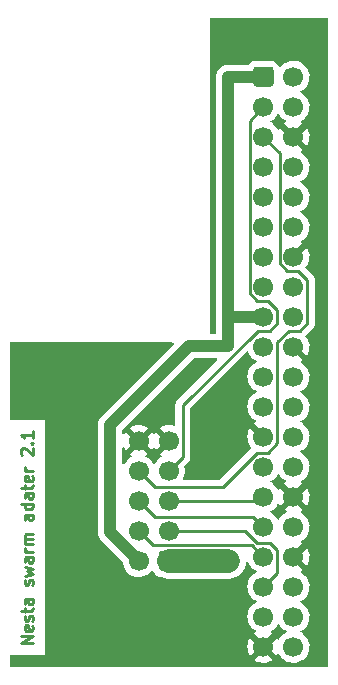
<source format=gtl>
G04 #@! TF.GenerationSoftware,KiCad,Pcbnew,5.99.0-unknown-15c4a7b06~104~ubuntu18.04.1*
G04 #@! TF.CreationDate,2020-09-30T21:22:49+01:00*
G04 #@! TF.ProjectId,nesta proto adapter,6e657374-6120-4707-926f-746f20616461,rev?*
G04 #@! TF.SameCoordinates,Original*
G04 #@! TF.FileFunction,Copper,L1,Top*
G04 #@! TF.FilePolarity,Positive*
%FSLAX46Y46*%
G04 Gerber Fmt 4.6, Leading zero omitted, Abs format (unit mm)*
G04 Created by KiCad (PCBNEW 5.99.0-unknown-15c4a7b06~104~ubuntu18.04.1) date 2020-09-30 21:22:49*
%MOMM*%
%LPD*%
G01*
G04 APERTURE LIST*
%ADD10C,0.250000*%
G04 #@! TA.AperFunction,ComponentPad*
%ADD11C,1.700000*%
G04 #@! TD*
G04 #@! TA.AperFunction,ViaPad*
%ADD12C,0.800000*%
G04 #@! TD*
G04 #@! TA.AperFunction,Conductor*
%ADD13C,2.000000*%
G04 #@! TD*
G04 #@! TA.AperFunction,Conductor*
%ADD14C,0.250000*%
G04 #@! TD*
G04 #@! TA.AperFunction,Conductor*
%ADD15C,1.000000*%
G04 #@! TD*
G04 APERTURE END LIST*
D10*
X117952380Y-128428571D02*
X116952380Y-128428571D01*
X117952380Y-127857142D01*
X116952380Y-127857142D01*
X117904761Y-127000000D02*
X117952380Y-127095238D01*
X117952380Y-127285714D01*
X117904761Y-127380952D01*
X117809523Y-127428571D01*
X117428571Y-127428571D01*
X117333333Y-127380952D01*
X117285714Y-127285714D01*
X117285714Y-127095238D01*
X117333333Y-127000000D01*
X117428571Y-126952380D01*
X117523809Y-126952380D01*
X117619047Y-127428571D01*
X117904761Y-126571428D02*
X117952380Y-126476190D01*
X117952380Y-126285714D01*
X117904761Y-126190476D01*
X117809523Y-126142857D01*
X117761904Y-126142857D01*
X117666666Y-126190476D01*
X117619047Y-126285714D01*
X117619047Y-126428571D01*
X117571428Y-126523809D01*
X117476190Y-126571428D01*
X117428571Y-126571428D01*
X117333333Y-126523809D01*
X117285714Y-126428571D01*
X117285714Y-126285714D01*
X117333333Y-126190476D01*
X117285714Y-125857142D02*
X117285714Y-125476190D01*
X116952380Y-125714285D02*
X117809523Y-125714285D01*
X117904761Y-125666666D01*
X117952380Y-125571428D01*
X117952380Y-125476190D01*
X117952380Y-124714285D02*
X117428571Y-124714285D01*
X117333333Y-124761904D01*
X117285714Y-124857142D01*
X117285714Y-125047619D01*
X117333333Y-125142857D01*
X117904761Y-124714285D02*
X117952380Y-124809523D01*
X117952380Y-125047619D01*
X117904761Y-125142857D01*
X117809523Y-125190476D01*
X117714285Y-125190476D01*
X117619047Y-125142857D01*
X117571428Y-125047619D01*
X117571428Y-124809523D01*
X117523809Y-124714285D01*
X117904761Y-123523809D02*
X117952380Y-123428571D01*
X117952380Y-123238095D01*
X117904761Y-123142857D01*
X117809523Y-123095238D01*
X117761904Y-123095238D01*
X117666666Y-123142857D01*
X117619047Y-123238095D01*
X117619047Y-123380952D01*
X117571428Y-123476190D01*
X117476190Y-123523809D01*
X117428571Y-123523809D01*
X117333333Y-123476190D01*
X117285714Y-123380952D01*
X117285714Y-123238095D01*
X117333333Y-123142857D01*
X117285714Y-122761904D02*
X117952380Y-122571428D01*
X117476190Y-122380952D01*
X117952380Y-122190476D01*
X117285714Y-122000000D01*
X117952380Y-121190476D02*
X117428571Y-121190476D01*
X117333333Y-121238095D01*
X117285714Y-121333333D01*
X117285714Y-121523809D01*
X117333333Y-121619047D01*
X117904761Y-121190476D02*
X117952380Y-121285714D01*
X117952380Y-121523809D01*
X117904761Y-121619047D01*
X117809523Y-121666666D01*
X117714285Y-121666666D01*
X117619047Y-121619047D01*
X117571428Y-121523809D01*
X117571428Y-121285714D01*
X117523809Y-121190476D01*
X117952380Y-120714285D02*
X117285714Y-120714285D01*
X117476190Y-120714285D02*
X117380952Y-120666666D01*
X117333333Y-120619047D01*
X117285714Y-120523809D01*
X117285714Y-120428571D01*
X117952380Y-120095238D02*
X117285714Y-120095238D01*
X117380952Y-120095238D02*
X117333333Y-120047619D01*
X117285714Y-119952380D01*
X117285714Y-119809523D01*
X117333333Y-119714285D01*
X117428571Y-119666666D01*
X117952380Y-119666666D01*
X117428571Y-119666666D02*
X117333333Y-119619047D01*
X117285714Y-119523809D01*
X117285714Y-119380952D01*
X117333333Y-119285714D01*
X117428571Y-119238095D01*
X117952380Y-119238095D01*
X117952380Y-117571428D02*
X117428571Y-117571428D01*
X117333333Y-117619047D01*
X117285714Y-117714285D01*
X117285714Y-117904761D01*
X117333333Y-118000000D01*
X117904761Y-117571428D02*
X117952380Y-117666666D01*
X117952380Y-117904761D01*
X117904761Y-118000000D01*
X117809523Y-118047619D01*
X117714285Y-118047619D01*
X117619047Y-118000000D01*
X117571428Y-117904761D01*
X117571428Y-117666666D01*
X117523809Y-117571428D01*
X117952380Y-116666666D02*
X116952380Y-116666666D01*
X117904761Y-116666666D02*
X117952380Y-116761904D01*
X117952380Y-116952380D01*
X117904761Y-117047619D01*
X117857142Y-117095238D01*
X117761904Y-117142857D01*
X117476190Y-117142857D01*
X117380952Y-117095238D01*
X117333333Y-117047619D01*
X117285714Y-116952380D01*
X117285714Y-116761904D01*
X117333333Y-116666666D01*
X117952380Y-115761904D02*
X117428571Y-115761904D01*
X117333333Y-115809523D01*
X117285714Y-115904761D01*
X117285714Y-116095238D01*
X117333333Y-116190476D01*
X117904761Y-115761904D02*
X117952380Y-115857142D01*
X117952380Y-116095238D01*
X117904761Y-116190476D01*
X117809523Y-116238095D01*
X117714285Y-116238095D01*
X117619047Y-116190476D01*
X117571428Y-116095238D01*
X117571428Y-115857142D01*
X117523809Y-115761904D01*
X117285714Y-115428571D02*
X117285714Y-115047619D01*
X116952380Y-115285714D02*
X117809523Y-115285714D01*
X117904761Y-115238095D01*
X117952380Y-115142857D01*
X117952380Y-115047619D01*
X117904761Y-114333333D02*
X117952380Y-114428571D01*
X117952380Y-114619047D01*
X117904761Y-114714285D01*
X117809523Y-114761904D01*
X117428571Y-114761904D01*
X117333333Y-114714285D01*
X117285714Y-114619047D01*
X117285714Y-114428571D01*
X117333333Y-114333333D01*
X117428571Y-114285714D01*
X117523809Y-114285714D01*
X117619047Y-114761904D01*
X117952380Y-113857142D02*
X117285714Y-113857142D01*
X117476190Y-113857142D02*
X117380952Y-113809523D01*
X117333333Y-113761904D01*
X117285714Y-113666666D01*
X117285714Y-113571428D01*
X117047619Y-112523809D02*
X117000000Y-112476190D01*
X116952380Y-112380952D01*
X116952380Y-112142857D01*
X117000000Y-112047619D01*
X117047619Y-112000000D01*
X117142857Y-111952380D01*
X117238095Y-111952380D01*
X117380952Y-112000000D01*
X117952380Y-112571428D01*
X117952380Y-111952380D01*
X117857142Y-111523809D02*
X117904761Y-111476190D01*
X117952380Y-111523809D01*
X117904761Y-111571428D01*
X117857142Y-111523809D01*
X117952380Y-111523809D01*
X117952380Y-110523809D02*
X117952380Y-111095238D01*
X117952380Y-110809523D02*
X116952380Y-110809523D01*
X117095238Y-110904761D01*
X117190476Y-111000000D01*
X117238095Y-111095238D01*
G04 #@! TA.AperFunction,ComponentPad*
G36*
G01*
X136650000Y-81100000D02*
X136650000Y-79900000D01*
G75*
G02*
X136900000Y-79650000I250000J0D01*
G01*
X138100000Y-79650000D01*
G75*
G02*
X138350000Y-79900000I0J-250000D01*
G01*
X138350000Y-81100000D01*
G75*
G02*
X138100000Y-81350000I-250000J0D01*
G01*
X136900000Y-81350000D01*
G75*
G02*
X136650000Y-81100000I0J250000D01*
G01*
G37*
G04 #@! TD.AperFunction*
D11*
X140040000Y-80500000D03*
X137500000Y-83040000D03*
X140040000Y-83040000D03*
X137500000Y-85580000D03*
X140040000Y-85580000D03*
X137500000Y-88120000D03*
X140040000Y-88120000D03*
X137500000Y-90660000D03*
X140040000Y-90660000D03*
X137500000Y-93200000D03*
X140040000Y-93200000D03*
X137500000Y-95740000D03*
X140040000Y-95740000D03*
X137500000Y-98280000D03*
X140040000Y-98280000D03*
X137500000Y-100820000D03*
X140040000Y-100820000D03*
X137500000Y-103360000D03*
X140040000Y-103360000D03*
X137500000Y-105900000D03*
X140040000Y-105900000D03*
X137500000Y-108440000D03*
X140040000Y-108440000D03*
X137500000Y-110980000D03*
X140040000Y-110980000D03*
X137500000Y-113520000D03*
X140040000Y-113520000D03*
X137500000Y-116060000D03*
X140040000Y-116060000D03*
X137500000Y-118600000D03*
X140040000Y-118600000D03*
X137500000Y-121140000D03*
X140040000Y-121140000D03*
X137500000Y-123680000D03*
X140040000Y-123680000D03*
X137500000Y-126220000D03*
X140040000Y-126220000D03*
X137500000Y-128760000D03*
X140040000Y-128760000D03*
G04 #@! TA.AperFunction,ComponentPad*
G36*
G01*
X130350000Y-120900000D02*
X130350000Y-122100000D01*
G75*
G02*
X130100000Y-122350000I-250000J0D01*
G01*
X128900000Y-122350000D01*
G75*
G02*
X128650000Y-122100000I0J250000D01*
G01*
X128650000Y-120900000D01*
G75*
G02*
X128900000Y-120650000I250000J0D01*
G01*
X130100000Y-120650000D01*
G75*
G02*
X130350000Y-120900000I0J-250000D01*
G01*
G37*
G04 #@! TD.AperFunction*
X126960000Y-121500000D03*
X129500000Y-118960000D03*
X126960000Y-118960000D03*
X129500000Y-116420000D03*
X126960000Y-116420000D03*
X129500000Y-113880000D03*
X126960000Y-113880000D03*
X129500000Y-111340000D03*
X126960000Y-111340000D03*
D12*
X133500000Y-121500000D03*
X134500000Y-121500000D03*
X132500000Y-121500000D03*
X128000000Y-109000000D03*
X139500000Y-76500000D03*
X131000000Y-106000000D03*
X121500000Y-118000000D03*
X129500000Y-107500000D03*
X124500000Y-123000000D03*
X142500000Y-84500000D03*
X123000000Y-107000000D03*
X122500000Y-122000000D03*
X132000000Y-110500000D03*
X121500000Y-114500000D03*
X142000000Y-125000000D03*
X142000000Y-93500000D03*
X142000000Y-120000000D03*
X129500000Y-109000000D03*
X142000000Y-107500000D03*
X130500000Y-124500000D03*
X142000000Y-88500000D03*
X132000000Y-112500000D03*
X132000000Y-114000000D03*
X142500000Y-78500000D03*
D13*
X130350000Y-121500000D02*
X132500000Y-121500000D01*
X129500000Y-121500000D02*
X130350000Y-121500000D01*
X133500000Y-121500000D02*
X134500000Y-121500000D01*
X132500000Y-121500000D02*
X133500000Y-121500000D01*
D14*
X136650001Y-117750001D02*
X137500000Y-118600000D01*
X128290001Y-117750001D02*
X136650001Y-117750001D01*
X126960000Y-116420000D02*
X128290001Y-117750001D01*
X137140000Y-116420000D02*
X137500000Y-116060000D01*
X129500000Y-116420000D02*
X137140000Y-116420000D01*
D15*
X134500000Y-100500000D02*
X134820000Y-100820000D01*
X124500000Y-119040000D02*
X124500000Y-110000000D01*
X131166740Y-103333260D02*
X134500000Y-103333260D01*
X134500000Y-100500000D02*
X134500000Y-80500000D01*
X134820000Y-100820000D02*
X137500000Y-100820000D01*
X134500000Y-103333260D02*
X134500000Y-100500000D01*
X124500000Y-110000000D02*
X131166740Y-103333260D01*
X134500000Y-80500000D02*
X137500000Y-80500000D01*
X126960000Y-121500000D02*
X124500000Y-119040000D01*
D14*
X140414003Y-96915001D02*
X139475999Y-96915001D01*
X141215001Y-101384001D02*
X141215001Y-97715999D01*
X141215001Y-97715999D02*
X140414003Y-96915001D01*
X139665997Y-101995001D02*
X140604001Y-101995001D01*
X137874003Y-112344999D02*
X138675001Y-111544001D01*
X138675001Y-102985997D02*
X139665997Y-101995001D01*
X138675001Y-111544001D02*
X138675001Y-102985997D01*
X126960000Y-113880000D02*
X128324999Y-115244999D01*
X138864999Y-86944999D02*
X137500000Y-85580000D01*
X139475999Y-96915001D02*
X138864999Y-96304001D01*
X140604001Y-101995001D02*
X141215001Y-101384001D01*
X138864999Y-96304001D02*
X138864999Y-86944999D01*
X136935999Y-112344999D02*
X137874003Y-112344999D01*
X134035999Y-115244999D02*
X136935999Y-112344999D01*
X128324999Y-115244999D02*
X134035999Y-115244999D01*
X130675001Y-108324999D02*
X137004999Y-101995001D01*
X138675001Y-101384001D02*
X138675001Y-100255999D01*
X136935999Y-99455001D02*
X136324990Y-98843992D01*
X138675001Y-100255999D02*
X137874003Y-99455001D01*
X137874003Y-99455001D02*
X136935999Y-99455001D01*
X138064001Y-101995001D02*
X138675001Y-101384001D01*
X130675001Y-112704999D02*
X130675001Y-108324999D01*
X137004999Y-101995001D02*
X138064001Y-101995001D01*
X129500000Y-113880000D02*
X130675001Y-112704999D01*
X136324990Y-84215010D02*
X137500000Y-83040000D01*
X136324990Y-98843992D02*
X136324990Y-84215010D01*
X129500000Y-118960000D02*
X135960000Y-118960000D01*
X135960000Y-118960000D02*
X136964999Y-119964999D01*
X138675001Y-122504999D02*
X137500000Y-123680000D01*
X136964999Y-119964999D02*
X138064001Y-119964999D01*
X138675001Y-120575999D02*
X138675001Y-122504999D01*
X138064001Y-119964999D02*
X138675001Y-120575999D01*
X137500000Y-121140000D02*
X136495001Y-120135001D01*
X128135001Y-120135001D02*
X126960000Y-118960000D01*
X136495001Y-120135001D02*
X128135001Y-120135001D01*
G04 #@! TA.AperFunction,Conductor*
G36*
X142991501Y-103501280D02*
G01*
X142991500Y-130500000D01*
X116000000Y-130500000D01*
X116000000Y-129884240D01*
X136734969Y-129884240D01*
X136770725Y-129911381D01*
X136975141Y-130017794D01*
X137194570Y-130088245D01*
X137422732Y-130120717D01*
X137653102Y-130114282D01*
X137879101Y-130069123D01*
X138094250Y-129986535D01*
X138265591Y-129884800D01*
X137500000Y-129119209D01*
X136734969Y-129884240D01*
X116000000Y-129884240D01*
X116000000Y-129450166D01*
X118986000Y-129450166D01*
X118986000Y-128746920D01*
X136137154Y-128746920D01*
X136154432Y-128976728D01*
X136210186Y-129200345D01*
X136302818Y-129411366D01*
X136376970Y-129523821D01*
X137140791Y-128760000D01*
X136377057Y-127996266D01*
X136315545Y-128085768D01*
X136218880Y-128294972D01*
X136158842Y-128517482D01*
X136137154Y-128746920D01*
X118986000Y-128746920D01*
X118986000Y-109549833D01*
X116000000Y-109549833D01*
X116000000Y-103000000D01*
X129769575Y-103000000D01*
X129837696Y-103020002D01*
X129884189Y-103073658D01*
X129894293Y-103143932D01*
X129858670Y-103215095D01*
X123811674Y-109262093D01*
X123745035Y-109320226D01*
X123745033Y-109320229D01*
X123690046Y-109398466D01*
X123652690Y-109446109D01*
X123631030Y-109473733D01*
X123620037Y-109498080D01*
X123604679Y-109519932D01*
X123569942Y-109609028D01*
X123532838Y-109691206D01*
X123530580Y-109696206D01*
X123525711Y-109722474D01*
X123519111Y-109739404D01*
X123516011Y-109747354D01*
X123514142Y-109762146D01*
X123505113Y-109833618D01*
X123486098Y-109936211D01*
X123491501Y-110029914D01*
X123491500Y-119004953D01*
X123485486Y-119093167D01*
X123501929Y-119187383D01*
X123513418Y-119282329D01*
X123519713Y-119298987D01*
X123522861Y-119307317D01*
X123527453Y-119333628D01*
X123565891Y-119421192D01*
X123599700Y-119510665D01*
X123608668Y-119523714D01*
X123614831Y-119532682D01*
X123625567Y-119557138D01*
X123678857Y-119625840D01*
X123737957Y-119711831D01*
X123808029Y-119774263D01*
X125603371Y-121569605D01*
X125608902Y-121643167D01*
X125614432Y-121716729D01*
X125670186Y-121940345D01*
X125762820Y-122151369D01*
X125889683Y-122343768D01*
X126047153Y-122512044D01*
X126230723Y-122651381D01*
X126435141Y-122757794D01*
X126654570Y-122828245D01*
X126882732Y-122860717D01*
X126882733Y-122860717D01*
X127113104Y-122854282D01*
X127339097Y-122809124D01*
X127339098Y-122809124D01*
X127339101Y-122809123D01*
X127554250Y-122726535D01*
X127680826Y-122651379D01*
X127752413Y-122608874D01*
X127901778Y-122481755D01*
X127927917Y-122459509D01*
X128095872Y-122258637D01*
X128317872Y-122604076D01*
X128484292Y-122748280D01*
X128484294Y-122748281D01*
X128684603Y-122839759D01*
X128785613Y-122854282D01*
X128848466Y-122863319D01*
X128902866Y-122893225D01*
X129184845Y-122982674D01*
X129307707Y-122995587D01*
X129430565Y-123008500D01*
X134574431Y-123008500D01*
X134794420Y-122986930D01*
X135077626Y-122901425D01*
X135338830Y-122762540D01*
X135356315Y-122748280D01*
X135568082Y-122575568D01*
X135756652Y-122347625D01*
X135787064Y-122291379D01*
X135897358Y-122087395D01*
X135984838Y-121804794D01*
X135997731Y-121682122D01*
X136024745Y-121616466D01*
X136082966Y-121575837D01*
X136153911Y-121573134D01*
X136215055Y-121609216D01*
X136238413Y-121644647D01*
X136302820Y-121791369D01*
X136429684Y-121983769D01*
X136587152Y-122152043D01*
X136770721Y-122291379D01*
X136962491Y-122391208D01*
X136663997Y-122608874D01*
X136606749Y-122650620D01*
X136446080Y-122815839D01*
X136315545Y-123005768D01*
X136218878Y-123214975D01*
X136158842Y-123437479D01*
X136137154Y-123666917D01*
X136137154Y-123666920D01*
X136154432Y-123896728D01*
X136210186Y-124120345D01*
X136302820Y-124331369D01*
X136429683Y-124523768D01*
X136587153Y-124692044D01*
X136714725Y-124788876D01*
X136770721Y-124831379D01*
X136962491Y-124931208D01*
X136694619Y-125126544D01*
X136606749Y-125190620D01*
X136446080Y-125355839D01*
X136315545Y-125545768D01*
X136218878Y-125754975D01*
X136158842Y-125977479D01*
X136137154Y-126206917D01*
X136137154Y-126206920D01*
X136154432Y-126436728D01*
X136210186Y-126660345D01*
X136302820Y-126871369D01*
X136429683Y-127063768D01*
X136587153Y-127232044D01*
X136770720Y-127371379D01*
X136796383Y-127384738D01*
X136962491Y-127471208D01*
X136735755Y-127636546D01*
X137499999Y-128400790D01*
X138264601Y-127636188D01*
X138025019Y-127487642D01*
X138220826Y-127371379D01*
X138292413Y-127328874D01*
X138467918Y-127179508D01*
X138615747Y-127002706D01*
X138731673Y-126803525D01*
X138731674Y-126803523D01*
X138762810Y-126750025D01*
X138842819Y-126871366D01*
X138842820Y-126871369D01*
X138928191Y-127000841D01*
X138969683Y-127063768D01*
X139127153Y-127232044D01*
X139254725Y-127328876D01*
X139310721Y-127371379D01*
X139502491Y-127471208D01*
X139234619Y-127666544D01*
X139146749Y-127730620D01*
X138986080Y-127895839D01*
X138855545Y-128085768D01*
X138855542Y-128085775D01*
X138757967Y-128227748D01*
X138630567Y-127998857D01*
X138626015Y-127993194D01*
X137859209Y-128760000D01*
X138625374Y-129526165D01*
X138762811Y-129290027D01*
X138842819Y-129411366D01*
X138842820Y-129411369D01*
X138868402Y-129450166D01*
X138969683Y-129603768D01*
X139127153Y-129772044D01*
X139310723Y-129911381D01*
X139515141Y-130017794D01*
X139734570Y-130088245D01*
X139962732Y-130120717D01*
X139962733Y-130120717D01*
X140193104Y-130114282D01*
X140419097Y-130069124D01*
X140419098Y-130069124D01*
X140419101Y-130069123D01*
X140634250Y-129986535D01*
X140760826Y-129911379D01*
X140832413Y-129868874D01*
X141007918Y-129719508D01*
X141155747Y-129542706D01*
X141166739Y-129523821D01*
X141271674Y-129343523D01*
X141352383Y-129127660D01*
X141395567Y-128901280D01*
X141398030Y-128644773D01*
X141359198Y-128417600D01*
X141282649Y-128200226D01*
X141170569Y-127998860D01*
X141168484Y-127996266D01*
X141026160Y-127819250D01*
X141026158Y-127819247D01*
X140853558Y-127666544D01*
X140805176Y-127636546D01*
X140657688Y-127545100D01*
X140657685Y-127545099D01*
X140565016Y-127487642D01*
X140634249Y-127446535D01*
X140634251Y-127446534D01*
X140832413Y-127328874D01*
X141007918Y-127179508D01*
X141155747Y-127002706D01*
X141271673Y-126803525D01*
X141309099Y-126703427D01*
X141352383Y-126587660D01*
X141395567Y-126361280D01*
X141398030Y-126104773D01*
X141359198Y-125877600D01*
X141282649Y-125660226D01*
X141170569Y-125458860D01*
X141170568Y-125458859D01*
X141170567Y-125458857D01*
X141026160Y-125279250D01*
X141026158Y-125279247D01*
X140853558Y-125126544D01*
X140853555Y-125126542D01*
X140657688Y-125005100D01*
X140657685Y-125005099D01*
X140565016Y-124947642D01*
X140634249Y-124906535D01*
X140634251Y-124906534D01*
X140832413Y-124788874D01*
X141007918Y-124639508D01*
X141155747Y-124462706D01*
X141271673Y-124263525D01*
X141309099Y-124163427D01*
X141352383Y-124047660D01*
X141395567Y-123821280D01*
X141398030Y-123564773D01*
X141359198Y-123337600D01*
X141282649Y-123120226D01*
X141170569Y-122918860D01*
X141156551Y-122901424D01*
X141033421Y-122748281D01*
X141026158Y-122739247D01*
X140853558Y-122586544D01*
X140835856Y-122575568D01*
X140657688Y-122465100D01*
X140657687Y-122465100D01*
X140565017Y-122407642D01*
X140805591Y-122264800D01*
X139680789Y-121140000D01*
X140399209Y-121140000D01*
X141165374Y-121906165D01*
X141271673Y-121723525D01*
X141352383Y-121507660D01*
X141395567Y-121281280D01*
X141398030Y-121024773D01*
X141359198Y-120797600D01*
X141282649Y-120580226D01*
X141170569Y-120378859D01*
X141166015Y-120373194D01*
X140399209Y-121140000D01*
X139680789Y-121140000D01*
X140804601Y-120016189D01*
X140565019Y-119867642D01*
X140760826Y-119751379D01*
X140832413Y-119708874D01*
X141007918Y-119559508D01*
X141155747Y-119382706D01*
X141199625Y-119307317D01*
X141239003Y-119239658D01*
X141271673Y-119183525D01*
X141309099Y-119083427D01*
X141352383Y-118967660D01*
X141395567Y-118741280D01*
X141398030Y-118484773D01*
X141373704Y-118342460D01*
X141359199Y-118257603D01*
X141308603Y-118113928D01*
X141282649Y-118040226D01*
X141170569Y-117838860D01*
X141170568Y-117838859D01*
X141170567Y-117838857D01*
X141026160Y-117659250D01*
X141026158Y-117659247D01*
X140853558Y-117506544D01*
X140737900Y-117434833D01*
X140657688Y-117385100D01*
X140657687Y-117385100D01*
X140565017Y-117327642D01*
X140805591Y-117184800D01*
X140040000Y-116419209D01*
X139274969Y-117184240D01*
X139310723Y-117211380D01*
X139502490Y-117311208D01*
X139234619Y-117506544D01*
X139146749Y-117570620D01*
X138986080Y-117735839D01*
X138855545Y-117925768D01*
X138855543Y-117925772D01*
X138757968Y-118067745D01*
X138630568Y-117838858D01*
X138486158Y-117659247D01*
X138313558Y-117506544D01*
X138313555Y-117506542D01*
X138117688Y-117385100D01*
X138117685Y-117385099D01*
X138025016Y-117327642D01*
X138094249Y-117286535D01*
X138094251Y-117286534D01*
X138292413Y-117168874D01*
X138467918Y-117019508D01*
X138615747Y-116842706D01*
X138626739Y-116823821D01*
X138762809Y-116590027D01*
X138916970Y-116823821D01*
X139680791Y-116060000D01*
X140399209Y-116060000D01*
X141165374Y-116826165D01*
X141271673Y-116643525D01*
X141352383Y-116427660D01*
X141395567Y-116201280D01*
X141398030Y-115944773D01*
X141359198Y-115717600D01*
X141282649Y-115500226D01*
X141170569Y-115298859D01*
X141166015Y-115293194D01*
X140399209Y-116060000D01*
X139680791Y-116060000D01*
X138917057Y-115296266D01*
X138757965Y-115527747D01*
X138742650Y-115500232D01*
X138742649Y-115500228D01*
X138630567Y-115298857D01*
X138584020Y-115240964D01*
X138486158Y-115119247D01*
X138313558Y-114966544D01*
X138265176Y-114936546D01*
X138117688Y-114845100D01*
X138117685Y-114845099D01*
X138025016Y-114787642D01*
X138094249Y-114746535D01*
X138094251Y-114746534D01*
X138292413Y-114628874D01*
X138467918Y-114479508D01*
X138615747Y-114302706D01*
X138731673Y-114103525D01*
X138731674Y-114103523D01*
X138762810Y-114050025D01*
X138842819Y-114171366D01*
X138842820Y-114171369D01*
X138928191Y-114300841D01*
X138929421Y-114302706D01*
X138969684Y-114363769D01*
X139082569Y-114484400D01*
X139127153Y-114532044D01*
X139310720Y-114671379D01*
X139336383Y-114684738D01*
X139502491Y-114771208D01*
X139275755Y-114936546D01*
X140039999Y-115700790D01*
X140804601Y-114936188D01*
X140565019Y-114787642D01*
X140760826Y-114671379D01*
X140832413Y-114628874D01*
X141007918Y-114479508D01*
X141155747Y-114302706D01*
X141271673Y-114103525D01*
X141309099Y-114003427D01*
X141352383Y-113887660D01*
X141395567Y-113661280D01*
X141398030Y-113404773D01*
X141373704Y-113262460D01*
X141359199Y-113177603D01*
X141336471Y-113113063D01*
X141282649Y-112960226D01*
X141170569Y-112758860D01*
X141167348Y-112754853D01*
X141048219Y-112606686D01*
X141026158Y-112579247D01*
X140853558Y-112426544D01*
X140853555Y-112426542D01*
X140657688Y-112305100D01*
X140657685Y-112305099D01*
X140565016Y-112247642D01*
X140634249Y-112206535D01*
X140634251Y-112206534D01*
X140803292Y-112106165D01*
X140832410Y-112088876D01*
X140832411Y-112088875D01*
X140832413Y-112088874D01*
X141007918Y-111939508D01*
X141155747Y-111762706D01*
X141171876Y-111734995D01*
X141271674Y-111563523D01*
X141352383Y-111347660D01*
X141395567Y-111121280D01*
X141398030Y-110864773D01*
X141373703Y-110722458D01*
X141359199Y-110637603D01*
X141316014Y-110514972D01*
X141282649Y-110420226D01*
X141170569Y-110218860D01*
X141168485Y-110216267D01*
X141095186Y-110125101D01*
X141026158Y-110039247D01*
X140853558Y-109886544D01*
X140805176Y-109856546D01*
X140657688Y-109765100D01*
X140657685Y-109765099D01*
X140565016Y-109707642D01*
X140634249Y-109666535D01*
X140634251Y-109666534D01*
X140832413Y-109548874D01*
X141007918Y-109399508D01*
X141104691Y-109283768D01*
X141155748Y-109222705D01*
X141271674Y-109023523D01*
X141352383Y-108807660D01*
X141395567Y-108581280D01*
X141398030Y-108324773D01*
X141359198Y-108097600D01*
X141282649Y-107880226D01*
X141170569Y-107678860D01*
X141026158Y-107499247D01*
X140853558Y-107346544D01*
X140853555Y-107346542D01*
X140657688Y-107225100D01*
X140657685Y-107225099D01*
X140565016Y-107167642D01*
X140634249Y-107126535D01*
X140634251Y-107126534D01*
X140832413Y-107008874D01*
X141007918Y-106859508D01*
X141155747Y-106682706D01*
X141271673Y-106483525D01*
X141271674Y-106483523D01*
X141352383Y-106267660D01*
X141395567Y-106041280D01*
X141398030Y-105784773D01*
X141359198Y-105557600D01*
X141282649Y-105340226D01*
X141170569Y-105138860D01*
X141026158Y-104959247D01*
X140853558Y-104806544D01*
X140766665Y-104752668D01*
X140657688Y-104685100D01*
X140657687Y-104685100D01*
X140565017Y-104627642D01*
X140805591Y-104484800D01*
X139680789Y-103360000D01*
X140040000Y-103000789D01*
X141165374Y-104126165D01*
X141271673Y-103943525D01*
X141352383Y-103727660D01*
X141395567Y-103501280D01*
X141398030Y-103244773D01*
X141359198Y-103017600D01*
X141282649Y-102800226D01*
X141170569Y-102598860D01*
X141048219Y-102446687D01*
X141702841Y-101792065D01*
X141702844Y-101792061D01*
X141733901Y-101761005D01*
X141756820Y-101716025D01*
X141786487Y-101675191D01*
X141786488Y-101675190D01*
X141802085Y-101627187D01*
X141825006Y-101582202D01*
X141832905Y-101532334D01*
X141848499Y-101484340D01*
X141848499Y-101433868D01*
X141848501Y-101433855D01*
X141848501Y-97666145D01*
X141848499Y-97666132D01*
X141848499Y-97615660D01*
X141832905Y-97567666D01*
X141825006Y-97517798D01*
X141802085Y-97472814D01*
X141786488Y-97424810D01*
X141756818Y-97383973D01*
X141733901Y-97338996D01*
X141698210Y-97303305D01*
X141698205Y-97303298D01*
X141047307Y-96652401D01*
X141155746Y-96522708D01*
X141271674Y-96323523D01*
X141352383Y-96107660D01*
X141395567Y-95881280D01*
X141398030Y-95624773D01*
X141359198Y-95397600D01*
X141282649Y-95180226D01*
X141170569Y-94978859D01*
X141166015Y-94973195D01*
X140040000Y-96099211D01*
X139680789Y-95740000D01*
X140804601Y-94616189D01*
X140565019Y-94467642D01*
X140771499Y-94345042D01*
X140832413Y-94308874D01*
X141007918Y-94159508D01*
X141155747Y-93982706D01*
X141271673Y-93783525D01*
X141352383Y-93567659D01*
X141395567Y-93341280D01*
X141398030Y-93084773D01*
X141359198Y-92857600D01*
X141282649Y-92640226D01*
X141170569Y-92438860D01*
X141026158Y-92259247D01*
X140853558Y-92106544D01*
X140853555Y-92106542D01*
X140657688Y-91985100D01*
X140657685Y-91985099D01*
X140565016Y-91927642D01*
X140634249Y-91886535D01*
X140634251Y-91886534D01*
X140832413Y-91768874D01*
X141007918Y-91619508D01*
X141155747Y-91442706D01*
X141271673Y-91243525D01*
X141352383Y-91027659D01*
X141395567Y-90801280D01*
X141398030Y-90544773D01*
X141359198Y-90317600D01*
X141282649Y-90100226D01*
X141170569Y-89898860D01*
X141026158Y-89719247D01*
X140853558Y-89566544D01*
X140853555Y-89566542D01*
X140657688Y-89445100D01*
X140657685Y-89445099D01*
X140565016Y-89387642D01*
X140634249Y-89346535D01*
X140634251Y-89346534D01*
X140832413Y-89228874D01*
X141007918Y-89079508D01*
X141155747Y-88902706D01*
X141271673Y-88703525D01*
X141352383Y-88487659D01*
X141395567Y-88261280D01*
X141398030Y-88004773D01*
X141359198Y-87777600D01*
X141282649Y-87560226D01*
X141170569Y-87358860D01*
X141026158Y-87179247D01*
X140853558Y-87026544D01*
X140565017Y-86847642D01*
X140805591Y-86704800D01*
X139680791Y-85580000D01*
X140399209Y-85580000D01*
X141165374Y-86346165D01*
X141271673Y-86163525D01*
X141352383Y-85947660D01*
X141395567Y-85721280D01*
X141398030Y-85464773D01*
X141359198Y-85237600D01*
X141282649Y-85020226D01*
X141170569Y-84818859D01*
X141166015Y-84813194D01*
X140399209Y-85580000D01*
X139680791Y-85580000D01*
X138917057Y-84816266D01*
X138757965Y-85047747D01*
X138742650Y-85020232D01*
X138742649Y-85020228D01*
X138630567Y-84818857D01*
X138486160Y-84639250D01*
X138486158Y-84639247D01*
X138313558Y-84486544D01*
X138265176Y-84456546D01*
X138117688Y-84365100D01*
X138117685Y-84365099D01*
X138025016Y-84307642D01*
X138094249Y-84266535D01*
X138094251Y-84266534D01*
X138292413Y-84148874D01*
X138467918Y-83999508D01*
X138602953Y-83838008D01*
X138615748Y-83822705D01*
X138762810Y-83570025D01*
X138842819Y-83691366D01*
X138842820Y-83691369D01*
X138928191Y-83820841D01*
X138969683Y-83883768D01*
X139127153Y-84052044D01*
X139310720Y-84191379D01*
X139336383Y-84204738D01*
X139502491Y-84291208D01*
X139275755Y-84456546D01*
X140039999Y-85220790D01*
X140804601Y-84456188D01*
X140565019Y-84307642D01*
X140760826Y-84191379D01*
X140832413Y-84148874D01*
X141007918Y-83999508D01*
X141142953Y-83838008D01*
X141155748Y-83822705D01*
X141271674Y-83623523D01*
X141352383Y-83407660D01*
X141395567Y-83181280D01*
X141398030Y-82924773D01*
X141359198Y-82697600D01*
X141282649Y-82480226D01*
X141170569Y-82278860D01*
X141170568Y-82278859D01*
X141170567Y-82278857D01*
X141026160Y-82099250D01*
X141026158Y-82099247D01*
X140853558Y-81946544D01*
X140853555Y-81946542D01*
X140657688Y-81825100D01*
X140657685Y-81825099D01*
X140565016Y-81767642D01*
X140634249Y-81726535D01*
X140634251Y-81726534D01*
X140832413Y-81608874D01*
X141007918Y-81459508D01*
X141155747Y-81282706D01*
X141271673Y-81083525D01*
X141352383Y-80867659D01*
X141395567Y-80641280D01*
X141395802Y-80616764D01*
X141398030Y-80384773D01*
X141359198Y-80157600D01*
X141282649Y-79940226D01*
X141170569Y-79738860D01*
X141026158Y-79559247D01*
X140853558Y-79406544D01*
X140836433Y-79395926D01*
X140657688Y-79285100D01*
X140444159Y-79198395D01*
X140219074Y-79148907D01*
X140142339Y-79145288D01*
X139988871Y-79138050D01*
X139988869Y-79138050D01*
X139760126Y-79166137D01*
X139539386Y-79232362D01*
X139332959Y-79334833D01*
X139146749Y-79470620D01*
X138986080Y-79635839D01*
X138986079Y-79635841D01*
X138895905Y-79728568D01*
X138798571Y-79577112D01*
X138682129Y-79395926D01*
X138682128Y-79395924D01*
X138515708Y-79251720D01*
X138515706Y-79251719D01*
X138315397Y-79160241D01*
X138233796Y-79148509D01*
X138152197Y-79136776D01*
X136866373Y-79136776D01*
X136581178Y-79198816D01*
X136395924Y-79317872D01*
X136245475Y-79491500D01*
X134511966Y-79491500D01*
X134385665Y-79490839D01*
X134383237Y-79490826D01*
X134383236Y-79490826D01*
X134380429Y-79491500D01*
X134321106Y-79505741D01*
X134304267Y-79507779D01*
X134257674Y-79513417D01*
X134242219Y-79519257D01*
X134202856Y-79534131D01*
X134145884Y-79547809D01*
X134145882Y-79547810D01*
X134089110Y-79577112D01*
X134029336Y-79599699D01*
X134029335Y-79599700D01*
X134029334Y-79599700D01*
X133981042Y-79632890D01*
X133955009Y-79646327D01*
X133928975Y-79659764D01*
X133880828Y-79701765D01*
X133841830Y-79728568D01*
X133828169Y-79737957D01*
X133789186Y-79781711D01*
X133745035Y-79820226D01*
X133708299Y-79872496D01*
X133665789Y-79920208D01*
X133638367Y-79971999D01*
X133604679Y-80019932D01*
X133604679Y-80019933D01*
X133581474Y-80079450D01*
X133570396Y-80100374D01*
X133551569Y-80135931D01*
X133546126Y-80157603D01*
X133537292Y-80192772D01*
X133516011Y-80247354D01*
X133508350Y-80307990D01*
X133492104Y-80372671D01*
X133492104Y-80372673D01*
X133491755Y-80439359D01*
X133491501Y-80441368D01*
X133491501Y-80487844D01*
X133490826Y-80616765D01*
X133491501Y-80619577D01*
X133491500Y-100464950D01*
X133485486Y-100553168D01*
X133491501Y-100587632D01*
X133491500Y-102324760D01*
X133000000Y-102324760D01*
X133000000Y-75508500D01*
X142991501Y-75508500D01*
X142991501Y-103501280D01*
G37*
G04 #@! TD.AperFunction*
G04 #@! TA.AperFunction,Conductor*
G36*
X136210186Y-103800343D02*
G01*
X136210187Y-103800345D01*
X136302820Y-104011369D01*
X136302822Y-104011372D01*
X136429683Y-104203768D01*
X136587153Y-104372044D01*
X136770721Y-104511379D01*
X136962491Y-104611208D01*
X136694619Y-104806544D01*
X136606749Y-104870620D01*
X136446080Y-105035839D01*
X136315545Y-105225768D01*
X136218878Y-105434975D01*
X136158842Y-105657479D01*
X136137154Y-105886917D01*
X136137154Y-105886920D01*
X136154432Y-106116728D01*
X136210186Y-106340345D01*
X136302820Y-106551369D01*
X136429683Y-106743768D01*
X136587153Y-106912044D01*
X136714725Y-107008876D01*
X136770721Y-107051379D01*
X136962491Y-107151208D01*
X136694619Y-107346544D01*
X136606749Y-107410620D01*
X136446080Y-107575839D01*
X136315545Y-107765768D01*
X136218878Y-107974975D01*
X136158842Y-108197479D01*
X136137154Y-108426917D01*
X136137154Y-108426920D01*
X136154432Y-108656728D01*
X136210186Y-108880345D01*
X136302820Y-109091369D01*
X136429683Y-109283768D01*
X136587153Y-109452044D01*
X136770720Y-109591379D01*
X136796383Y-109604738D01*
X136962491Y-109691208D01*
X136735756Y-109856546D01*
X137859211Y-110980000D01*
X137500000Y-111339211D01*
X136377057Y-110216267D01*
X136315545Y-110305768D01*
X136218880Y-110514972D01*
X136158842Y-110737482D01*
X136137154Y-110966920D01*
X136154432Y-111196728D01*
X136210186Y-111420345D01*
X136302819Y-111631366D01*
X136481994Y-111903099D01*
X133773595Y-114611499D01*
X130676347Y-114611499D01*
X130812383Y-114247660D01*
X130855567Y-114021280D01*
X130858030Y-113764773D01*
X130807389Y-113468515D01*
X131162841Y-113113063D01*
X131162844Y-113113059D01*
X131193901Y-113082003D01*
X131216820Y-113037023D01*
X131246487Y-112996189D01*
X131246488Y-112996188D01*
X131262085Y-112948185D01*
X131285006Y-112903200D01*
X131292905Y-112853332D01*
X131308499Y-112805338D01*
X131308499Y-112754866D01*
X131308501Y-112754853D01*
X131308501Y-108587403D01*
X136175219Y-103720686D01*
X136210186Y-103800343D01*
G37*
G04 #@! TD.AperFunction*
G04 #@! TA.AperFunction,Conductor*
G36*
X133526266Y-104361762D02*
G01*
X133572759Y-104415418D01*
X133582863Y-104485692D01*
X133547240Y-104556855D01*
X130192226Y-107911869D01*
X130192224Y-107911872D01*
X130191797Y-107912299D01*
X130191792Y-107912306D01*
X130156102Y-107947996D01*
X130133185Y-107992972D01*
X130103514Y-108033812D01*
X130087915Y-108081820D01*
X130064998Y-108126797D01*
X130057102Y-108176653D01*
X130041502Y-108224663D01*
X130041502Y-110068592D01*
X129679071Y-109988907D01*
X129448871Y-109978050D01*
X129220128Y-110006137D01*
X128999385Y-110072363D01*
X128792957Y-110174835D01*
X128735755Y-110216546D01*
X129859211Y-111340000D01*
X128734969Y-112464240D01*
X128770723Y-112491380D01*
X128962490Y-112591208D01*
X128668846Y-112805338D01*
X128606749Y-112850620D01*
X128446080Y-113015839D01*
X128315545Y-113205768D01*
X128315543Y-113205772D01*
X128217968Y-113347745D01*
X128090568Y-113118858D01*
X127946158Y-112939247D01*
X127773558Y-112786544D01*
X127722467Y-112754866D01*
X127577688Y-112665100D01*
X127577687Y-112665100D01*
X127485017Y-112607642D01*
X127725591Y-112464800D01*
X126960000Y-111699209D01*
X126194969Y-112464240D01*
X126230723Y-112491380D01*
X126422490Y-112591208D01*
X126128846Y-112805338D01*
X126066749Y-112850620D01*
X125906080Y-113015839D01*
X125775545Y-113205768D01*
X125748879Y-113263480D01*
X125702149Y-113316926D01*
X125633940Y-113336626D01*
X125565909Y-113316321D01*
X125519655Y-113262460D01*
X125508500Y-113210627D01*
X125508500Y-112012521D01*
X125528502Y-111944400D01*
X125582158Y-111897907D01*
X125652432Y-111887803D01*
X125717012Y-111917297D01*
X125749874Y-111961876D01*
X125762820Y-111991368D01*
X125836970Y-112103821D01*
X126600791Y-111340000D01*
X127319209Y-111340000D01*
X128085374Y-112106165D01*
X128222810Y-111870027D01*
X128376970Y-112103821D01*
X129140791Y-111340000D01*
X128377057Y-110576266D01*
X128217965Y-110807747D01*
X128090569Y-110578859D01*
X128086015Y-110573194D01*
X127319209Y-111340000D01*
X126600791Y-111340000D01*
X125837057Y-110576266D01*
X125775545Y-110665768D01*
X125748880Y-110723476D01*
X125702149Y-110776924D01*
X125633941Y-110796624D01*
X125565909Y-110776319D01*
X125519655Y-110722458D01*
X125508500Y-110670625D01*
X125508500Y-110417734D01*
X125709688Y-110216546D01*
X126195755Y-110216546D01*
X126959999Y-110980790D01*
X127724600Y-110216189D01*
X127577688Y-110125101D01*
X127364158Y-110038395D01*
X127139073Y-109988907D01*
X126908871Y-109978050D01*
X126680128Y-110006137D01*
X126459385Y-110072363D01*
X126252957Y-110174835D01*
X126195755Y-110216546D01*
X125709688Y-110216546D01*
X131584474Y-104341760D01*
X133458145Y-104341760D01*
X133526266Y-104361762D01*
G37*
G04 #@! TD.AperFunction*
M02*

</source>
